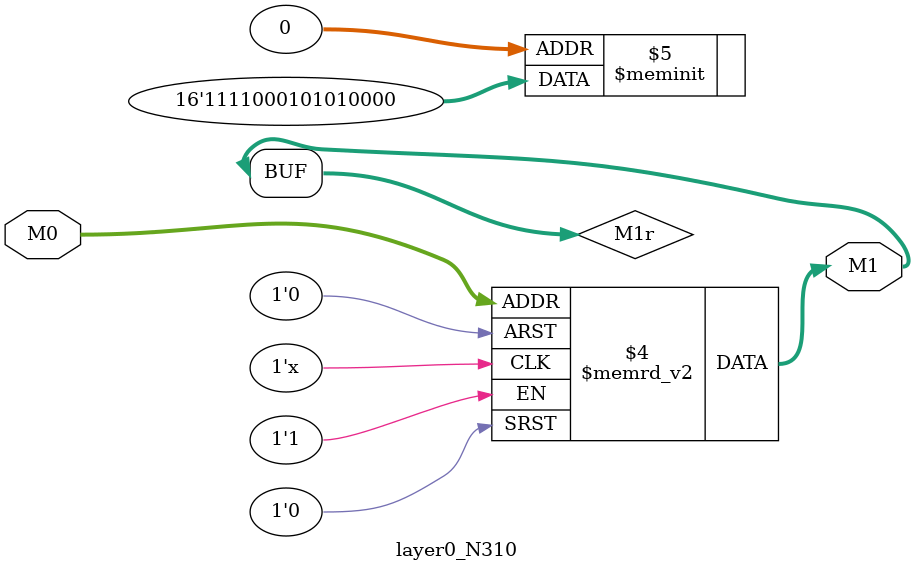
<source format=v>
module layer0_N310 ( input [2:0] M0, output [1:0] M1 );

	(*rom_style = "distributed" *) reg [1:0] M1r;
	assign M1 = M1r;
	always @ (M0) begin
		case (M0)
			3'b000: M1r = 2'b00;
			3'b100: M1r = 2'b01;
			3'b010: M1r = 2'b01;
			3'b110: M1r = 2'b11;
			3'b001: M1r = 2'b00;
			3'b101: M1r = 2'b00;
			3'b011: M1r = 2'b01;
			3'b111: M1r = 2'b11;

		endcase
	end
endmodule

</source>
